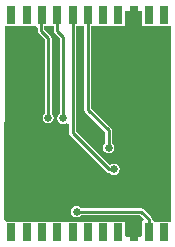
<source format=gbl>
G04*
G04 #@! TF.GenerationSoftware,Altium Limited,Altium Designer,20.0.2 (26)*
G04*
G04 Layer_Physical_Order=2*
G04 Layer_Color=16711680*
%FSLAX25Y25*%
%MOIN*%
G70*
G01*
G75*
%ADD12C,0.01000*%
%ADD23C,0.02520*%
%ADD24R,0.03150X0.05906*%
G36*
X45832Y75315D02*
X45874Y75101D01*
Y70581D01*
X50224D01*
Y70581D01*
X50968D01*
Y70581D01*
X55317D01*
X55433Y69629D01*
Y6198D01*
X55317Y5246D01*
X50968D01*
Y5246D01*
X50222D01*
X49414Y5707D01*
X49169Y6047D01*
X49084Y6476D01*
X48841Y6840D01*
X48841Y6840D01*
X46344Y9336D01*
X45980Y9579D01*
X45551Y9665D01*
X45551Y9665D01*
X25385D01*
X25238Y9884D01*
X24623Y10295D01*
X23898Y10440D01*
X23172Y10295D01*
X22557Y9884D01*
X22146Y9269D01*
X22001Y8543D01*
X22146Y7818D01*
X22557Y7202D01*
X23172Y6791D01*
X23898Y6647D01*
X24623Y6791D01*
X25238Y7202D01*
X25385Y7422D01*
X45087D01*
X46263Y6246D01*
X45873Y5246D01*
X45873D01*
Y726D01*
X45830Y512D01*
X44873Y197D01*
X41034D01*
X40077Y512D01*
X40034Y726D01*
Y5246D01*
X35684D01*
Y5246D01*
X34940D01*
Y5246D01*
X30591D01*
Y5246D01*
X29847D01*
Y5246D01*
X25497D01*
Y5246D01*
X24754D01*
Y5246D01*
X20404D01*
Y5246D01*
X19660D01*
Y5246D01*
X15310D01*
Y5246D01*
X14567D01*
Y5246D01*
X10217D01*
Y5246D01*
X9473D01*
Y5246D01*
X5123D01*
Y5246D01*
X4380D01*
Y5246D01*
X787D01*
X-209Y6147D01*
X59Y70581D01*
X4380D01*
Y70581D01*
X5125D01*
Y70581D01*
X9475D01*
Y70581D01*
X9926D01*
X10926Y69873D01*
Y68898D01*
X10926Y68898D01*
X11011Y68468D01*
X11254Y68105D01*
X13347Y66012D01*
Y41389D01*
X13128Y41242D01*
X12717Y40627D01*
X12572Y39902D01*
X12717Y39176D01*
X13128Y38561D01*
X13743Y38150D01*
X14469Y38005D01*
X15194Y38150D01*
X15809Y38561D01*
X16220Y39176D01*
X16365Y39902D01*
X16220Y40627D01*
X15809Y41242D01*
X15590Y41389D01*
Y66476D01*
X15505Y66906D01*
X15262Y67269D01*
X15261Y67269D01*
X13169Y69362D01*
Y70581D01*
X14570D01*
Y70581D01*
X15313D01*
Y70581D01*
X16367D01*
Y68772D01*
X16367Y68772D01*
X16452Y68342D01*
X16695Y67979D01*
X18327Y66347D01*
Y41133D01*
X18108Y40986D01*
X17697Y40371D01*
X17552Y39646D01*
X17697Y38920D01*
X18108Y38305D01*
X18723Y37894D01*
X19449Y37749D01*
X20175Y37894D01*
X20460Y38085D01*
X21454Y37648D01*
X21460Y37642D01*
Y34859D01*
X21460Y34859D01*
X21545Y34430D01*
X21789Y34066D01*
X34010Y21845D01*
X34374Y21602D01*
X34803Y21516D01*
X34803Y21516D01*
X34930D01*
X35076Y21297D01*
X35692Y20886D01*
X36417Y20741D01*
X37143Y20886D01*
X37758Y21297D01*
X38169Y21912D01*
X38314Y22638D01*
X38169Y23363D01*
X37758Y23979D01*
X37143Y24390D01*
X36417Y24534D01*
X35692Y24390D01*
X35076Y23979D01*
X35051Y23976D01*
X23703Y35324D01*
Y70581D01*
X24757D01*
Y70581D01*
X25500D01*
Y70581D01*
X26554D01*
Y42600D01*
X26554Y42600D01*
X26639Y42171D01*
X26882Y41807D01*
X33524Y35165D01*
Y31409D01*
X33305Y31262D01*
X32894Y30647D01*
X32749Y29921D01*
X32894Y29196D01*
X33305Y28580D01*
X33920Y28169D01*
X34646Y28025D01*
X35371Y28169D01*
X35987Y28580D01*
X36398Y29196D01*
X36542Y29921D01*
X36398Y30647D01*
X35987Y31262D01*
X35767Y31409D01*
Y35630D01*
X35682Y36059D01*
X35439Y36423D01*
X35439Y36423D01*
X28797Y43065D01*
Y70581D01*
X29850D01*
Y70581D01*
X30594D01*
Y70581D01*
X34944D01*
Y70581D01*
X35687D01*
Y70581D01*
X40037D01*
Y75101D01*
X40080Y75315D01*
X40112Y75354D01*
X45799D01*
X45832Y75315D01*
D02*
G37*
D12*
X34646Y29921D02*
Y35630D01*
X27675Y42600D02*
X34646Y35630D01*
X27675Y42600D02*
Y75315D01*
X22582Y34859D02*
X34803Y22638D01*
X36417D01*
X22582Y34859D02*
Y75315D01*
X45551Y8543D02*
X48048Y6047D01*
Y512D02*
Y6047D01*
X23898Y8543D02*
X45551D01*
X17488Y68772D02*
X19449Y66811D01*
Y39646D02*
Y66811D01*
X17488Y68772D02*
Y75315D01*
X12047Y74967D02*
X12395Y75315D01*
X12047Y68898D02*
Y74967D01*
X14469Y39902D02*
Y66476D01*
X12047Y68898D02*
X14469Y66476D01*
D23*
X34646Y29921D02*
D03*
X36417Y22638D02*
D03*
X23898Y8543D02*
D03*
X19449Y39646D02*
D03*
X14469Y39902D02*
D03*
D24*
X53143Y74134D02*
D03*
X48049D02*
D03*
X17488D02*
D03*
X22582D02*
D03*
X27675D02*
D03*
X32769D02*
D03*
X37862D02*
D03*
X42956D02*
D03*
X12395D02*
D03*
X2205D02*
D03*
X7300D02*
D03*
X2205Y1693D02*
D03*
X7298D02*
D03*
X37859D02*
D03*
X32766D02*
D03*
X27672D02*
D03*
X22579D02*
D03*
X17485D02*
D03*
X12392D02*
D03*
X42953D02*
D03*
X53143D02*
D03*
X48048D02*
D03*
M02*

</source>
